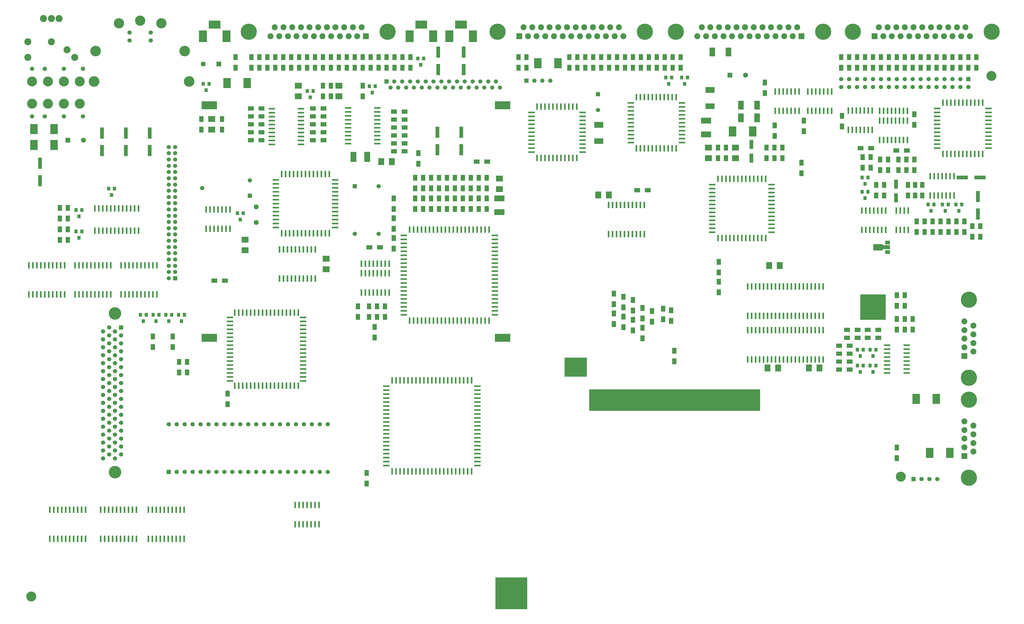
<source format=gts>
G04 #@! TF.GenerationSoftware,KiCad,Pcbnew,5.1.7-1.fc32*
G04 #@! TF.CreationDate,2020-10-19T10:18:13+01:00*
G04 #@! TF.ProjectId,Amiga600,416d6967-6136-4303-902e-6b696361645f,rev?*
G04 #@! TF.SameCoordinates,Original*
G04 #@! TF.FileFunction,Soldermask,Top*
G04 #@! TF.FilePolarity,Negative*
%FSLAX46Y46*%
G04 Gerber Fmt 4.6, Leading zero omitted, Abs format (unit mm)*
G04 Created by KiCad (PCBNEW 5.1.7-1.fc32) date 2020-10-19 10:18:13*
%MOMM*%
%LPD*%
G01*
G04 APERTURE LIST*
%ADD10C,0.100000*%
%ADD11C,1.370000*%
%ADD12R,1.370000X1.370000*%
%ADD13C,4.000000*%
%ADD14R,5.000000X2.500000*%
%ADD15O,4.750000X2.500000*%
%ADD16R,0.600000X2.000000*%
%ADD17C,2.250000*%
%ADD18C,1.900000*%
%ADD19C,5.200000*%
%ADD20C,4.200000*%
%ADD21R,1.900000X1.900000*%
%ADD22R,8.128000X8.128000*%
%ADD23C,4.500000*%
%ADD24R,2.000000X0.600000*%
%ADD25C,3.200000*%
%ADD26R,7.112000X6.096000*%
%ADD27R,0.762000X6.350000*%
%ADD28C,1.600000*%
%ADD29R,2.400000X3.200000*%
%ADD30R,3.200000X1.900000*%
%ADD31R,1.900000X3.200000*%
%ADD32R,1.300000X3.600000*%
%ADD33R,3.600000X1.300000*%
%ADD34R,1.300000X3.000000*%
%ADD35R,1.600000X1.600000*%
%ADD36R,1.000000X1.250000*%
%ADD37R,1.524000X1.270000*%
%ADD38R,1.370000X1.900000*%
%ADD39R,1.900000X1.370000*%
%ADD40R,1.900000X2.300000*%
%ADD41R,2.300000X1.900000*%
%ADD42C,3.300000*%
%ADD43C,3.400000*%
%ADD44R,10.160000X10.160000*%
%ADD45C,1.330000*%
%ADD46R,1.330000X1.330000*%
%ADD47R,3.750000X2.500000*%
%ADD48R,2.500000X3.750000*%
%ADD49O,2.000000X3.500000*%
%ADD50O,3.500000X2.300000*%
G04 APERTURE END LIST*
D10*
G36*
X237998000Y-129540000D02*
G01*
X183388000Y-129540000D01*
X183388000Y-122682000D01*
X237998000Y-122682000D01*
X237998000Y-129540000D01*
G37*
G36*
X187836000Y-42340000D02*
G01*
X187836000Y-44140000D01*
X185036000Y-44140000D01*
X185036000Y-42340000D01*
X187836000Y-42340000D01*
G37*
G36*
X187836000Y-37140000D02*
G01*
X187836000Y-38940000D01*
X185036000Y-38940000D01*
X185036000Y-37140000D01*
X187836000Y-37140000D01*
G37*
G36*
X236142000Y-30350000D02*
G01*
X237942000Y-30350000D01*
X237942000Y-33150000D01*
X236142000Y-33150000D01*
X236142000Y-30350000D01*
G37*
G36*
X230942000Y-30350000D02*
G01*
X232742000Y-30350000D01*
X232742000Y-33150000D01*
X230942000Y-33150000D01*
X230942000Y-30350000D01*
G37*
G36*
X226998000Y-13332000D02*
G01*
X228798000Y-13332000D01*
X228798000Y-16132000D01*
X226998000Y-16132000D01*
X226998000Y-13332000D01*
G37*
G36*
X221798000Y-13332000D02*
G01*
X223598000Y-13332000D01*
X223598000Y-16132000D01*
X221798000Y-16132000D01*
X221798000Y-13332000D01*
G37*
G36*
X223396000Y-31164000D02*
G01*
X223396000Y-32964000D01*
X220596000Y-32964000D01*
X220596000Y-31164000D01*
X223396000Y-31164000D01*
G37*
G36*
X223396000Y-25964000D02*
G01*
X223396000Y-27764000D01*
X220596000Y-27764000D01*
X220596000Y-25964000D01*
X223396000Y-25964000D01*
G37*
G36*
X232742000Y-37214000D02*
G01*
X230942000Y-37214000D01*
X230942000Y-34414000D01*
X232742000Y-34414000D01*
X232742000Y-37214000D01*
G37*
G36*
X237942000Y-37214000D02*
G01*
X236142000Y-37214000D01*
X236142000Y-34414000D01*
X237942000Y-34414000D01*
X237942000Y-37214000D01*
G37*
D11*
X28052000Y-144780000D03*
X29962000Y-143510000D03*
X28052000Y-142240000D03*
X29962000Y-140970000D03*
X28052000Y-139700000D03*
X29962000Y-138430000D03*
X28052000Y-137160000D03*
X29962000Y-135890000D03*
X28052000Y-134620000D03*
X29962000Y-133350000D03*
X28052000Y-132080000D03*
X29962000Y-130810000D03*
X28052000Y-129540000D03*
X29962000Y-128270000D03*
X28052000Y-127000000D03*
X29962000Y-125730000D03*
X28052000Y-124460000D03*
X29962000Y-123190000D03*
X28052000Y-121920000D03*
X29962000Y-120650000D03*
X28052000Y-119380000D03*
X29962000Y-118110000D03*
X28052000Y-116840000D03*
X29962000Y-115570000D03*
X28052000Y-114300000D03*
X29962000Y-113030000D03*
X28052000Y-111760000D03*
X29962000Y-110490000D03*
X28052000Y-109220000D03*
X29962000Y-107950000D03*
X28052000Y-106680000D03*
X29962000Y-105410000D03*
X28052000Y-104140000D03*
X29962000Y-102870000D03*
X31872000Y-144780000D03*
X33782000Y-143510000D03*
X31872000Y-142240000D03*
X33782000Y-140970000D03*
X31872000Y-139700000D03*
X33782000Y-138430000D03*
X31872000Y-137160000D03*
X33782000Y-135890000D03*
X31872000Y-134620000D03*
X33782000Y-133350000D03*
X31872000Y-132080000D03*
X33782000Y-130810000D03*
X31872000Y-129540000D03*
X33782000Y-128270000D03*
X31872000Y-127000000D03*
X33782000Y-125730000D03*
X31872000Y-124460000D03*
X33782000Y-123190000D03*
X31872000Y-121920000D03*
X33782000Y-120650000D03*
X31872000Y-119380000D03*
X33782000Y-118110000D03*
X31872000Y-116840000D03*
X33782000Y-115570000D03*
X31872000Y-114300000D03*
X33782000Y-113030000D03*
X31872000Y-111760000D03*
X33782000Y-110490000D03*
X31872000Y-109220000D03*
X33782000Y-107950000D03*
X31872000Y-106680000D03*
X33782000Y-105410000D03*
D12*
X33782000Y-102870000D03*
D13*
X31872000Y-98420000D03*
X31872000Y-149230000D03*
D11*
X31872000Y-104140000D03*
D14*
X61976000Y-106172000D03*
D15*
X61976000Y-106172000D03*
D14*
X155702000Y-106172000D03*
D15*
X155702000Y-106172000D03*
D14*
X155702000Y-31750000D03*
D15*
X155702000Y-31750000D03*
D14*
X61976000Y-31750000D03*
D15*
X61976000Y-31750000D03*
D16*
X276225000Y-33551000D03*
X283845000Y-33551000D03*
X277495000Y-33551000D03*
X280035000Y-33551000D03*
X285115000Y-33551000D03*
X278765000Y-33551000D03*
X281305000Y-33551000D03*
X282575000Y-33551000D03*
X276225000Y-36651000D03*
X277495000Y-36651000D03*
X278765000Y-36651000D03*
X280035000Y-36651000D03*
X281305000Y-36651000D03*
X282575000Y-36651000D03*
X283845000Y-36651000D03*
X285115000Y-36651000D03*
X285115000Y-42851000D03*
X283845000Y-42851000D03*
X282575000Y-42851000D03*
X281305000Y-42851000D03*
X280035000Y-42851000D03*
X278765000Y-42851000D03*
X277495000Y-42851000D03*
X276225000Y-42851000D03*
X110617000Y-82446000D03*
X118237000Y-82446000D03*
X111887000Y-82446000D03*
X114427000Y-82446000D03*
X119507000Y-82446000D03*
X113157000Y-82446000D03*
X115697000Y-82446000D03*
X116967000Y-82446000D03*
X110617000Y-85546000D03*
X111887000Y-85546000D03*
X113157000Y-85546000D03*
X114427000Y-85546000D03*
X115697000Y-85546000D03*
X116967000Y-85546000D03*
X118237000Y-85546000D03*
X119507000Y-85546000D03*
X119507000Y-91746000D03*
X118237000Y-91746000D03*
X116967000Y-91746000D03*
X115697000Y-91746000D03*
X114427000Y-91746000D03*
X113157000Y-91746000D03*
X111887000Y-91746000D03*
X110617000Y-91746000D03*
D11*
X263906000Y-25908000D03*
X263906000Y-23368000D03*
X266446000Y-25908000D03*
X266446000Y-23368000D03*
X268986000Y-25908000D03*
X268986000Y-23368000D03*
X271526000Y-25908000D03*
X271526000Y-23368000D03*
X274066000Y-25908000D03*
X274066000Y-23368000D03*
X276606000Y-25908000D03*
X276606000Y-23368000D03*
X279146000Y-25908000D03*
X279146000Y-23368000D03*
X281686000Y-25908000D03*
X281686000Y-23368000D03*
X284226000Y-25908000D03*
X284226000Y-23368000D03*
X286766000Y-25908000D03*
X286766000Y-23368000D03*
X289306000Y-25908000D03*
X289306000Y-23368000D03*
X291846000Y-25908000D03*
X291846000Y-23368000D03*
X294386000Y-25908000D03*
X294386000Y-23368000D03*
X296926000Y-25908000D03*
X296926000Y-23368000D03*
X299466000Y-25908000D03*
X299466000Y-23368000D03*
X302006000Y-25908000D03*
X302006000Y-23368000D03*
X304546000Y-25908000D03*
D12*
X304546000Y-23368000D03*
D17*
X11510000Y-11470000D03*
X19010000Y-16470000D03*
X16510000Y-13970000D03*
X4010000Y-11470000D03*
X4010000Y-16470000D03*
X14010000Y-3970000D03*
X9010000Y-3970000D03*
X11510000Y-3970000D03*
D18*
X303659000Y-6812000D03*
X300889000Y-6812000D03*
X298119000Y-6812000D03*
X295349000Y-6812000D03*
X292579000Y-6812000D03*
X289809000Y-6812000D03*
X287039000Y-6812000D03*
X284269000Y-6812000D03*
X281499000Y-6812000D03*
X278729000Y-6812000D03*
X275959000Y-6812000D03*
X305044000Y-9652000D03*
X302274000Y-9652000D03*
X299504000Y-9652000D03*
X296734000Y-9652000D03*
X293964000Y-9652000D03*
X291194000Y-9652000D03*
X288424000Y-9652000D03*
X285654000Y-9652000D03*
X282884000Y-9652000D03*
X280114000Y-9652000D03*
D19*
X267644000Y-8232000D03*
X311974000Y-8232000D03*
D20*
X267644000Y-8232000D03*
X311974000Y-8232000D03*
D18*
X277344000Y-9652000D03*
D21*
X274574000Y-9652000D03*
D18*
X219351000Y-6812000D03*
X222121000Y-6812000D03*
X224891000Y-6812000D03*
X227661000Y-6812000D03*
X230431000Y-6812000D03*
X233201000Y-6812000D03*
X235971000Y-6812000D03*
X238741000Y-6812000D03*
X241511000Y-6812000D03*
X244281000Y-6812000D03*
X247051000Y-6812000D03*
X249821000Y-6812000D03*
X217966000Y-9652000D03*
X220736000Y-9652000D03*
X223506000Y-9652000D03*
X226276000Y-9652000D03*
X229046000Y-9652000D03*
X231816000Y-9652000D03*
X234586000Y-9652000D03*
X237356000Y-9652000D03*
X240126000Y-9652000D03*
X242896000Y-9652000D03*
X245666000Y-9652000D03*
D19*
X211036000Y-8232000D03*
X258136000Y-8232000D03*
D20*
X211036000Y-8232000D03*
X258136000Y-8232000D03*
D18*
X248436000Y-9652000D03*
D21*
X251206000Y-9652000D03*
D18*
X192891000Y-6812000D03*
X190121000Y-6812000D03*
X187351000Y-6812000D03*
X184581000Y-6812000D03*
X181811000Y-6812000D03*
X179041000Y-6812000D03*
X176271000Y-6812000D03*
X173501000Y-6812000D03*
X170731000Y-6812000D03*
X167961000Y-6812000D03*
X165191000Y-6812000D03*
X162421000Y-6812000D03*
X194276000Y-9652000D03*
X191506000Y-9652000D03*
X188736000Y-9652000D03*
X185966000Y-9652000D03*
X183196000Y-9652000D03*
X180426000Y-9652000D03*
X177656000Y-9652000D03*
X174886000Y-9652000D03*
X172116000Y-9652000D03*
X169346000Y-9652000D03*
X166576000Y-9652000D03*
D19*
X154106000Y-8232000D03*
X201206000Y-8232000D03*
D20*
X154106000Y-8232000D03*
X201206000Y-8232000D03*
D18*
X163806000Y-9652000D03*
D21*
X161036000Y-9652000D03*
D22*
X274066000Y-96393000D03*
D23*
X274066000Y-96393000D03*
D24*
X213043500Y-30988000D03*
X213043500Y-32258000D03*
X213043500Y-33528000D03*
X213043500Y-34798000D03*
X213043500Y-36068000D03*
X213043500Y-37338000D03*
X213043500Y-38608000D03*
X213043500Y-39878000D03*
X213043500Y-41148000D03*
X213043500Y-42418000D03*
X213043500Y-43688000D03*
X196658500Y-43688000D03*
X196658500Y-42418000D03*
X196658500Y-41148000D03*
X196658500Y-39878000D03*
X196658500Y-38608000D03*
X196658500Y-37338000D03*
X196658500Y-36068000D03*
X196658500Y-34798000D03*
X196658500Y-33528000D03*
X196658500Y-32258000D03*
D16*
X211201000Y-45530500D03*
X209931000Y-45530500D03*
X208661000Y-45530500D03*
X207391000Y-45530500D03*
X206121000Y-45530500D03*
X204851000Y-45530500D03*
X203581000Y-45530500D03*
X202311000Y-45530500D03*
X201041000Y-45530500D03*
X199771000Y-45530500D03*
X198501000Y-45530500D03*
X198501000Y-29145500D03*
X199771000Y-29145500D03*
X201041000Y-29145500D03*
X202311000Y-29145500D03*
X203581000Y-29145500D03*
X204851000Y-29145500D03*
X206121000Y-29145500D03*
X207391000Y-29145500D03*
X208661000Y-29145500D03*
X209931000Y-29145500D03*
D24*
X196658500Y-30988000D03*
D16*
X211201000Y-29145500D03*
D24*
X310960500Y-32766000D03*
X310960500Y-34036000D03*
X310960500Y-35306000D03*
X310960500Y-36576000D03*
X310960500Y-37846000D03*
X310960500Y-39116000D03*
X310960500Y-40386000D03*
X310960500Y-41656000D03*
X310960500Y-42926000D03*
X310960500Y-44196000D03*
X310960500Y-45466000D03*
X294575500Y-45466000D03*
X294575500Y-44196000D03*
X294575500Y-42926000D03*
X294575500Y-41656000D03*
X294575500Y-40386000D03*
X294575500Y-39116000D03*
X294575500Y-37846000D03*
X294575500Y-36576000D03*
X294575500Y-35306000D03*
X294575500Y-34036000D03*
D16*
X309118000Y-47308500D03*
X307848000Y-47308500D03*
X306578000Y-47308500D03*
X305308000Y-47308500D03*
X304038000Y-47308500D03*
X302768000Y-47308500D03*
X301498000Y-47308500D03*
X300228000Y-47308500D03*
X298958000Y-47308500D03*
X297688000Y-47308500D03*
X296418000Y-47308500D03*
X296418000Y-30923500D03*
X297688000Y-30923500D03*
X298958000Y-30923500D03*
X300228000Y-30923500D03*
X301498000Y-30923500D03*
X302768000Y-30923500D03*
X304038000Y-30923500D03*
X305308000Y-30923500D03*
X306578000Y-30923500D03*
X307848000Y-30923500D03*
D24*
X294575500Y-32766000D03*
D16*
X309118000Y-30923500D03*
D24*
X181293500Y-34036000D03*
X181293500Y-35306000D03*
X181293500Y-36576000D03*
X181293500Y-37846000D03*
X181293500Y-39116000D03*
X181293500Y-40386000D03*
X181293500Y-41656000D03*
X181293500Y-42926000D03*
X181293500Y-44196000D03*
X181293500Y-45466000D03*
X181293500Y-46736000D03*
X164908500Y-46736000D03*
X164908500Y-45466000D03*
X164908500Y-44196000D03*
X164908500Y-42926000D03*
X164908500Y-41656000D03*
X164908500Y-40386000D03*
X164908500Y-39116000D03*
X164908500Y-37846000D03*
X164908500Y-36576000D03*
X164908500Y-35306000D03*
D16*
X179451000Y-48578500D03*
X178181000Y-48578500D03*
X176911000Y-48578500D03*
X175641000Y-48578500D03*
X174371000Y-48578500D03*
X173101000Y-48578500D03*
X171831000Y-48578500D03*
X170561000Y-48578500D03*
X169291000Y-48578500D03*
X168021000Y-48578500D03*
X166751000Y-48578500D03*
X166751000Y-32193500D03*
X168021000Y-32193500D03*
X169291000Y-32193500D03*
X170561000Y-32193500D03*
X171831000Y-32193500D03*
X173101000Y-32193500D03*
X174371000Y-32193500D03*
X175641000Y-32193500D03*
X176911000Y-32193500D03*
X178181000Y-32193500D03*
D24*
X164908500Y-34036000D03*
D16*
X179451000Y-32193500D03*
D12*
X108458000Y-57658000D03*
D11*
X116078000Y-57658000D03*
X116078000Y-72898000D03*
X108458000Y-72898000D03*
D25*
X311912000Y-22352000D03*
X5080000Y-188976000D03*
X282956000Y-150622000D03*
D26*
X179070000Y-115570000D03*
D27*
X235458000Y-125857000D03*
X234188000Y-125857000D03*
X232918000Y-125857000D03*
X231648000Y-125857000D03*
X230378000Y-125857000D03*
X229108000Y-125857000D03*
X227838000Y-125857000D03*
X226568000Y-125857000D03*
X225298000Y-125857000D03*
X224028000Y-125857000D03*
X222758000Y-125857000D03*
X221488000Y-125857000D03*
X220218000Y-125857000D03*
X218948000Y-125857000D03*
X217678000Y-125857000D03*
X216408000Y-125857000D03*
X215138000Y-125857000D03*
X213868000Y-125857000D03*
X212598000Y-125857000D03*
X211328000Y-125857000D03*
X210058000Y-125857000D03*
X208788000Y-125857000D03*
X207518000Y-125857000D03*
X206248000Y-125857000D03*
X204978000Y-125857000D03*
X203708000Y-125857000D03*
X202438000Y-125857000D03*
X201168000Y-125857000D03*
X199898000Y-125857000D03*
X198628000Y-125857000D03*
X197358000Y-125857000D03*
X196088000Y-125857000D03*
X194818000Y-125857000D03*
X193548000Y-125857000D03*
X192278000Y-125857000D03*
X191008000Y-125857000D03*
X189738000Y-125857000D03*
X188468000Y-125857000D03*
X187198000Y-125857000D03*
X185928000Y-125857000D03*
D11*
X170942000Y-23876000D03*
X168402000Y-23876000D03*
D12*
X163322000Y-23876000D03*
D11*
X165862000Y-23876000D03*
X294640000Y-151384000D03*
X292100000Y-151384000D03*
D12*
X287020000Y-151384000D03*
D11*
X289560000Y-151384000D03*
D28*
X76962000Y-64262000D03*
X76962000Y-69262000D03*
D29*
X298602000Y-143002000D03*
X292202000Y-143002000D03*
X294284000Y-125730000D03*
X287884000Y-125730000D03*
X5944000Y-44450000D03*
X12344000Y-44450000D03*
X5944000Y-39370000D03*
X12344000Y-39370000D03*
X229210000Y-40132000D03*
X235610000Y-40132000D03*
X166980000Y-18288000D03*
X173380000Y-18288000D03*
X67666000Y-24638000D03*
X74066000Y-24638000D03*
D24*
X222693500Y-57150000D03*
D16*
X239776000Y-55307500D03*
X238506000Y-55307500D03*
X237236000Y-55307500D03*
X235966000Y-55307500D03*
X234696000Y-55307500D03*
X233426000Y-55307500D03*
X232156000Y-55307500D03*
X230886000Y-55307500D03*
X229616000Y-55307500D03*
X228346000Y-55307500D03*
X227076000Y-55307500D03*
X225806000Y-55307500D03*
X224536000Y-55307500D03*
X224536000Y-74232500D03*
X225806000Y-74232500D03*
X227076000Y-74232500D03*
X228346000Y-74232500D03*
X229616000Y-74232500D03*
X230886000Y-74232500D03*
X232156000Y-74232500D03*
X233426000Y-74232500D03*
X234696000Y-74232500D03*
X235966000Y-74232500D03*
X237236000Y-74232500D03*
X238506000Y-74232500D03*
X239776000Y-74232500D03*
D24*
X222693500Y-58420000D03*
X222693500Y-59690000D03*
X222693500Y-60960000D03*
X222693500Y-62230000D03*
X222693500Y-63500000D03*
X222693500Y-64770000D03*
X222693500Y-66040000D03*
X222693500Y-67310000D03*
X222693500Y-68580000D03*
X222693500Y-69850000D03*
X222693500Y-71120000D03*
X222693500Y-72390000D03*
X241618500Y-72390000D03*
X241618500Y-71120000D03*
X241618500Y-69850000D03*
X241618500Y-68580000D03*
X241618500Y-67310000D03*
X241618500Y-66040000D03*
X241618500Y-64770000D03*
X241618500Y-63500000D03*
X241618500Y-62230000D03*
X241618500Y-60960000D03*
X241618500Y-59690000D03*
X241618500Y-58420000D03*
X241618500Y-57150000D03*
D16*
X100330000Y-53783500D03*
D24*
X102172500Y-70866000D03*
X102172500Y-69596000D03*
X102172500Y-68326000D03*
X102172500Y-67056000D03*
X102172500Y-65786000D03*
X102172500Y-64516000D03*
X102172500Y-63246000D03*
X102172500Y-61976000D03*
X102172500Y-60706000D03*
X102172500Y-59436000D03*
X102172500Y-58166000D03*
X102172500Y-56896000D03*
X102172500Y-55626000D03*
X83247500Y-55626000D03*
X83247500Y-56896000D03*
X83247500Y-58166000D03*
X83247500Y-59436000D03*
X83247500Y-60706000D03*
X83247500Y-61976000D03*
X83247500Y-63246000D03*
X83247500Y-64516000D03*
X83247500Y-65786000D03*
X83247500Y-67056000D03*
X83247500Y-68326000D03*
X83247500Y-69596000D03*
X83247500Y-70866000D03*
D16*
X99060000Y-53783500D03*
X97790000Y-53783500D03*
X96520000Y-53783500D03*
X95250000Y-53783500D03*
X93980000Y-53783500D03*
X92710000Y-53783500D03*
X91440000Y-53783500D03*
X90170000Y-53783500D03*
X88900000Y-53783500D03*
X87630000Y-53783500D03*
X86360000Y-53783500D03*
X85090000Y-53783500D03*
X85090000Y-72708500D03*
X86360000Y-72708500D03*
X87630000Y-72708500D03*
X88900000Y-72708500D03*
X90170000Y-72708500D03*
X91440000Y-72708500D03*
X92710000Y-72708500D03*
X93980000Y-72708500D03*
X95250000Y-72708500D03*
X96520000Y-72708500D03*
X97790000Y-72708500D03*
X99060000Y-72708500D03*
X100330000Y-72708500D03*
D30*
X154686000Y-65954000D03*
X154686000Y-61554000D03*
D31*
X112436000Y-48260000D03*
X108036000Y-48260000D03*
D30*
X220726000Y-36662000D03*
X220726000Y-41062000D03*
D11*
X186182000Y-33274000D03*
D12*
X186182000Y-28194000D03*
D18*
X82929000Y-6812000D03*
X85699000Y-6812000D03*
X88469000Y-6812000D03*
X91239000Y-6812000D03*
X94009000Y-6812000D03*
X96779000Y-6812000D03*
X99549000Y-6812000D03*
X102319000Y-6812000D03*
X105089000Y-6812000D03*
X107859000Y-6812000D03*
X110629000Y-6812000D03*
X81544000Y-9652000D03*
X84314000Y-9652000D03*
X87084000Y-9652000D03*
X89854000Y-9652000D03*
X92624000Y-9652000D03*
X95394000Y-9652000D03*
X98164000Y-9652000D03*
X100934000Y-9652000D03*
X103704000Y-9652000D03*
X106474000Y-9652000D03*
D19*
X74614000Y-8232000D03*
X118944000Y-8232000D03*
D20*
X74614000Y-8232000D03*
X118944000Y-8232000D03*
D18*
X109244000Y-9652000D03*
D21*
X112014000Y-9652000D03*
D11*
X59690000Y-58266000D03*
D12*
X74930000Y-60706000D03*
D11*
X74930000Y-55826000D03*
D16*
X25400000Y-64776000D03*
X26670000Y-64776000D03*
X27940000Y-64776000D03*
X29210000Y-64776000D03*
X30480000Y-64776000D03*
X31750000Y-64776000D03*
X33020000Y-64776000D03*
X34290000Y-64776000D03*
X35560000Y-64776000D03*
X36830000Y-64776000D03*
X38100000Y-64776000D03*
X39370000Y-64776000D03*
X39370000Y-71876000D03*
X38100000Y-71876000D03*
X36830000Y-71876000D03*
X35560000Y-71876000D03*
X34290000Y-71876000D03*
X33020000Y-71876000D03*
X31750000Y-71876000D03*
X30480000Y-71876000D03*
X27940000Y-71876000D03*
X29210000Y-71876000D03*
X26670000Y-71876000D03*
X25400000Y-71876000D03*
D24*
X153226500Y-73406000D03*
X153226500Y-74676000D03*
X153226500Y-75946000D03*
X153226500Y-77216000D03*
X153226500Y-78486000D03*
X153226500Y-79756000D03*
X153226500Y-81026000D03*
X153226500Y-82296000D03*
X153226500Y-83566000D03*
X153226500Y-84836000D03*
X153226500Y-86106000D03*
X153226500Y-87376000D03*
X153226500Y-88646000D03*
X153226500Y-89916000D03*
X153226500Y-91186000D03*
X153226500Y-92456000D03*
X153226500Y-93726000D03*
X153226500Y-94996000D03*
X153226500Y-96266000D03*
X153226500Y-97536000D03*
X153226500Y-98806000D03*
X124141500Y-98806000D03*
X124141500Y-97536000D03*
X124141500Y-96266000D03*
X124141500Y-94996000D03*
X124141500Y-93726000D03*
X124141500Y-92456000D03*
X124141500Y-91186000D03*
X124141500Y-89916000D03*
X124141500Y-88646000D03*
X124141500Y-87376000D03*
X124141500Y-86106000D03*
X124141500Y-84836000D03*
X124141500Y-83566000D03*
X124141500Y-82296000D03*
X124141500Y-81026000D03*
X124141500Y-79756000D03*
X124141500Y-78486000D03*
X124141500Y-77216000D03*
X124141500Y-75946000D03*
X124141500Y-74676000D03*
D16*
X151384000Y-100648500D03*
X150114000Y-100648500D03*
X148844000Y-100648500D03*
X147574000Y-100648500D03*
X146304000Y-100648500D03*
X145034000Y-100648500D03*
X143764000Y-100648500D03*
X142494000Y-100648500D03*
X141224000Y-100648500D03*
X139954000Y-100648500D03*
X138684000Y-100648500D03*
X137414000Y-100648500D03*
X136144000Y-100648500D03*
X134874000Y-100648500D03*
X133604000Y-100648500D03*
X132334000Y-100648500D03*
X131064000Y-100648500D03*
X129794000Y-100648500D03*
X128524000Y-100648500D03*
X127254000Y-100648500D03*
X125984000Y-100648500D03*
X125984000Y-71563500D03*
X127254000Y-71563500D03*
X128524000Y-71563500D03*
X129794000Y-71563500D03*
X131064000Y-71563500D03*
X132334000Y-71563500D03*
X133604000Y-71563500D03*
X134874000Y-71563500D03*
X136144000Y-71563500D03*
X137414000Y-71563500D03*
X138684000Y-71563500D03*
X139954000Y-71563500D03*
X141224000Y-71563500D03*
X142494000Y-71563500D03*
X143764000Y-71563500D03*
X145034000Y-71563500D03*
X146304000Y-71563500D03*
X147574000Y-71563500D03*
X148844000Y-71563500D03*
X150114000Y-71563500D03*
D24*
X124141500Y-73406000D03*
D16*
X151384000Y-71563500D03*
D24*
X118553500Y-147066000D03*
X118553500Y-145796000D03*
X118553500Y-144526000D03*
X118553500Y-143256000D03*
X118553500Y-141986000D03*
X118553500Y-140716000D03*
X118553500Y-139446000D03*
X118553500Y-138176000D03*
X118553500Y-136906000D03*
X118553500Y-135636000D03*
X118553500Y-134366000D03*
X118553500Y-133096000D03*
X118553500Y-131826000D03*
X118553500Y-130556000D03*
X118553500Y-129286000D03*
X118553500Y-128016000D03*
X118553500Y-126746000D03*
X118553500Y-125476000D03*
X118553500Y-124206000D03*
X118553500Y-122936000D03*
X118553500Y-121666000D03*
X147638500Y-121666000D03*
X147638500Y-122936000D03*
X147638500Y-124206000D03*
X147638500Y-125476000D03*
X147638500Y-126746000D03*
X147638500Y-128016000D03*
X147638500Y-129286000D03*
X147638500Y-130556000D03*
X147638500Y-131826000D03*
X147638500Y-133096000D03*
X147638500Y-134366000D03*
X147638500Y-135636000D03*
X147638500Y-136906000D03*
X147638500Y-138176000D03*
X147638500Y-139446000D03*
X147638500Y-140716000D03*
X147638500Y-141986000D03*
X147638500Y-143256000D03*
X147638500Y-144526000D03*
X147638500Y-145796000D03*
D16*
X120396000Y-119823500D03*
X121666000Y-119823500D03*
X122936000Y-119823500D03*
X124206000Y-119823500D03*
X125476000Y-119823500D03*
X126746000Y-119823500D03*
X128016000Y-119823500D03*
X129286000Y-119823500D03*
X130556000Y-119823500D03*
X131826000Y-119823500D03*
X133096000Y-119823500D03*
X134366000Y-119823500D03*
X135636000Y-119823500D03*
X136906000Y-119823500D03*
X138176000Y-119823500D03*
X139446000Y-119823500D03*
X140716000Y-119823500D03*
X141986000Y-119823500D03*
X143256000Y-119823500D03*
X144526000Y-119823500D03*
X145796000Y-119823500D03*
X145796000Y-148908500D03*
X144526000Y-148908500D03*
X143256000Y-148908500D03*
X141986000Y-148908500D03*
X140716000Y-148908500D03*
X139446000Y-148908500D03*
X138176000Y-148908500D03*
X136906000Y-148908500D03*
X135636000Y-148908500D03*
X134366000Y-148908500D03*
X133096000Y-148908500D03*
X131826000Y-148908500D03*
X130556000Y-148908500D03*
X129286000Y-148908500D03*
X128016000Y-148908500D03*
X126746000Y-148908500D03*
X125476000Y-148908500D03*
X124206000Y-148908500D03*
X122936000Y-148908500D03*
X121666000Y-148908500D03*
D24*
X147638500Y-147066000D03*
D16*
X120396000Y-148908500D03*
X95885000Y-87200000D03*
X94615000Y-87200000D03*
X93345000Y-87200000D03*
X92075000Y-87200000D03*
X90805000Y-87200000D03*
X89535000Y-87200000D03*
X88265000Y-87200000D03*
X86995000Y-87200000D03*
X85725000Y-87200000D03*
X84455000Y-87200000D03*
X84455000Y-77900000D03*
X85725000Y-77900000D03*
X86995000Y-77900000D03*
X88265000Y-77900000D03*
X89535000Y-77900000D03*
X90805000Y-77900000D03*
X92075000Y-77900000D03*
X93345000Y-77900000D03*
X94615000Y-77900000D03*
X95885000Y-77900000D03*
X201041000Y-72976000D03*
X199771000Y-72976000D03*
X198501000Y-72976000D03*
X197231000Y-72976000D03*
X195961000Y-72976000D03*
X194691000Y-72976000D03*
X193421000Y-72976000D03*
X192151000Y-72976000D03*
X190881000Y-72976000D03*
X189611000Y-72976000D03*
X189611000Y-63676000D03*
X190881000Y-63676000D03*
X192151000Y-63676000D03*
X193421000Y-63676000D03*
X194691000Y-63676000D03*
X195961000Y-63676000D03*
X197231000Y-63676000D03*
X198501000Y-63676000D03*
X199771000Y-63676000D03*
X201041000Y-63676000D03*
D24*
X91264000Y-32893000D03*
X91264000Y-34163000D03*
X91264000Y-35433000D03*
X91264000Y-36703000D03*
X91264000Y-37973000D03*
X91264000Y-39243000D03*
X91264000Y-40513000D03*
X91264000Y-41783000D03*
X91264000Y-43053000D03*
X91264000Y-44323000D03*
X81964000Y-44323000D03*
X81964000Y-43053000D03*
X81964000Y-41783000D03*
X81964000Y-40513000D03*
X81964000Y-39243000D03*
X81964000Y-37973000D03*
X81964000Y-36703000D03*
X81964000Y-35433000D03*
X81964000Y-34163000D03*
X81964000Y-32893000D03*
X115648000Y-32639000D03*
X115648000Y-33909000D03*
X115648000Y-35179000D03*
X115648000Y-36449000D03*
X115648000Y-37719000D03*
X115648000Y-38989000D03*
X115648000Y-40259000D03*
X115648000Y-41529000D03*
X115648000Y-42799000D03*
X115648000Y-44069000D03*
X106348000Y-44069000D03*
X106348000Y-42799000D03*
X106348000Y-41529000D03*
X106348000Y-40259000D03*
X106348000Y-38989000D03*
X106348000Y-37719000D03*
X106348000Y-36449000D03*
X106348000Y-35179000D03*
X106348000Y-33909000D03*
X106348000Y-32639000D03*
D16*
X19050000Y-82980000D03*
X20320000Y-82980000D03*
X21590000Y-82980000D03*
X22860000Y-82980000D03*
X24130000Y-82980000D03*
X25400000Y-82980000D03*
X26670000Y-82980000D03*
X27940000Y-82980000D03*
X29210000Y-82980000D03*
X30480000Y-82980000D03*
X30480000Y-92280000D03*
X29210000Y-92280000D03*
X27940000Y-92280000D03*
X26670000Y-92280000D03*
X25400000Y-92280000D03*
X24130000Y-92280000D03*
X22860000Y-92280000D03*
X21590000Y-92280000D03*
X20320000Y-92280000D03*
X19050000Y-92280000D03*
X33782000Y-82980000D03*
X35052000Y-82980000D03*
X36322000Y-82980000D03*
X37592000Y-82980000D03*
X38862000Y-82980000D03*
X40132000Y-82980000D03*
X41402000Y-82980000D03*
X42672000Y-82980000D03*
X43942000Y-82980000D03*
X45212000Y-82980000D03*
X45212000Y-92280000D03*
X43942000Y-92280000D03*
X42672000Y-92280000D03*
X41402000Y-92280000D03*
X40132000Y-92280000D03*
X38862000Y-92280000D03*
X37592000Y-92280000D03*
X36322000Y-92280000D03*
X35052000Y-92280000D03*
X33782000Y-92280000D03*
X4318000Y-82980000D03*
X5588000Y-82980000D03*
X6858000Y-82980000D03*
X8128000Y-82980000D03*
X9398000Y-82980000D03*
X10668000Y-82980000D03*
X11938000Y-82980000D03*
X13208000Y-82980000D03*
X14478000Y-82980000D03*
X15748000Y-82980000D03*
X15748000Y-92280000D03*
X14478000Y-92280000D03*
X13208000Y-92280000D03*
X11938000Y-92280000D03*
X10668000Y-92280000D03*
X9398000Y-92280000D03*
X8128000Y-92280000D03*
X6858000Y-92280000D03*
X5588000Y-92280000D03*
X4318000Y-92280000D03*
X22479000Y-170512000D03*
X21209000Y-170512000D03*
X19939000Y-170512000D03*
X18669000Y-170512000D03*
X17399000Y-170512000D03*
X16129000Y-170512000D03*
X14859000Y-170512000D03*
X13589000Y-170512000D03*
X12319000Y-170512000D03*
X11049000Y-170512000D03*
X11049000Y-161212000D03*
X12319000Y-161212000D03*
X13589000Y-161212000D03*
X14859000Y-161212000D03*
X16129000Y-161212000D03*
X17399000Y-161212000D03*
X18669000Y-161212000D03*
X19939000Y-161212000D03*
X21209000Y-161212000D03*
X22479000Y-161212000D03*
X38735000Y-170512000D03*
X37465000Y-170512000D03*
X36195000Y-170512000D03*
X34925000Y-170512000D03*
X33655000Y-170512000D03*
X32385000Y-170512000D03*
X31115000Y-170512000D03*
X29845000Y-170512000D03*
X28575000Y-170512000D03*
X27305000Y-170512000D03*
X27305000Y-161212000D03*
X28575000Y-161212000D03*
X29845000Y-161212000D03*
X31115000Y-161212000D03*
X32385000Y-161212000D03*
X33655000Y-161212000D03*
X34925000Y-161212000D03*
X36195000Y-161212000D03*
X37465000Y-161212000D03*
X38735000Y-161212000D03*
X53975000Y-170512000D03*
X52705000Y-170512000D03*
X51435000Y-170512000D03*
X50165000Y-170512000D03*
X48895000Y-170512000D03*
X47625000Y-170512000D03*
X46355000Y-170512000D03*
X45085000Y-170512000D03*
X43815000Y-170512000D03*
X42545000Y-170512000D03*
X42545000Y-161212000D03*
X43815000Y-161212000D03*
X45085000Y-161212000D03*
X46355000Y-161212000D03*
X47625000Y-161212000D03*
X48895000Y-161212000D03*
X50165000Y-161212000D03*
X51435000Y-161212000D03*
X52705000Y-161212000D03*
X53975000Y-161212000D03*
X234061000Y-103758000D03*
X235331000Y-103758000D03*
X236601000Y-103758000D03*
X237871000Y-103758000D03*
X239141000Y-103758000D03*
X240411000Y-103758000D03*
X241681000Y-103758000D03*
X242951000Y-103758000D03*
X244221000Y-103758000D03*
X245491000Y-103758000D03*
X246761000Y-103758000D03*
X248031000Y-103758000D03*
X249301000Y-103758000D03*
X250571000Y-103758000D03*
X251841000Y-103758000D03*
X253111000Y-103758000D03*
X254381000Y-103758000D03*
X255651000Y-103758000D03*
X256921000Y-103758000D03*
X258191000Y-103758000D03*
X258191000Y-113158000D03*
X256921000Y-113158000D03*
X255651000Y-113158000D03*
X254381000Y-113158000D03*
X253111000Y-113158000D03*
X251841000Y-113158000D03*
X250571000Y-113158000D03*
X249301000Y-113158000D03*
X248031000Y-113158000D03*
X246761000Y-113158000D03*
X245491000Y-113158000D03*
X244221000Y-113158000D03*
X242951000Y-113158000D03*
X241681000Y-113158000D03*
X240411000Y-113158000D03*
X239141000Y-113158000D03*
X237871000Y-113158000D03*
X236601000Y-113158000D03*
X235331000Y-113158000D03*
X234061000Y-113158000D03*
X234061000Y-89788000D03*
X235331000Y-89788000D03*
X236601000Y-89788000D03*
X237871000Y-89788000D03*
X239141000Y-89788000D03*
X240411000Y-89788000D03*
X241681000Y-89788000D03*
X242951000Y-89788000D03*
X244221000Y-89788000D03*
X245491000Y-89788000D03*
X246761000Y-89788000D03*
X248031000Y-89788000D03*
X249301000Y-89788000D03*
X250571000Y-89788000D03*
X251841000Y-89788000D03*
X253111000Y-89788000D03*
X254381000Y-89788000D03*
X255651000Y-89788000D03*
X256921000Y-89788000D03*
X258191000Y-89788000D03*
X258191000Y-99188000D03*
X256921000Y-99188000D03*
X255651000Y-99188000D03*
X254381000Y-99188000D03*
X253111000Y-99188000D03*
X251841000Y-99188000D03*
X250571000Y-99188000D03*
X249301000Y-99188000D03*
X248031000Y-99188000D03*
X246761000Y-99188000D03*
X245491000Y-99188000D03*
X244221000Y-99188000D03*
X242951000Y-99188000D03*
X241681000Y-99188000D03*
X240411000Y-99188000D03*
X239141000Y-99188000D03*
X237871000Y-99188000D03*
X236601000Y-99188000D03*
X235331000Y-99188000D03*
X234061000Y-99188000D03*
D32*
X27686000Y-40634000D03*
X27686000Y-46234000D03*
X42926000Y-40634000D03*
X42926000Y-46234000D03*
X35306000Y-40634000D03*
X35306000Y-46234000D03*
X135128000Y-14726000D03*
X135128000Y-20326000D03*
X307594000Y-60954000D03*
X307594000Y-66554000D03*
X143256000Y-14726000D03*
X143256000Y-20326000D03*
X142494000Y-40380000D03*
X142494000Y-45980000D03*
X134874000Y-40380000D03*
X134874000Y-45980000D03*
D33*
X302635000Y-54864000D03*
X308235000Y-54864000D03*
D32*
X7874000Y-55886000D03*
X7874000Y-50286000D03*
D34*
X281432000Y-56982000D03*
X281432000Y-61382000D03*
X235204000Y-44282000D03*
X235204000Y-48682000D03*
D28*
X233346000Y-22098000D03*
D35*
X228346000Y-22098000D03*
D28*
X21764000Y-42926000D03*
D35*
X16764000Y-42926000D03*
D28*
X60024000Y-18542000D03*
D35*
X65024000Y-18542000D03*
D36*
X214818000Y-22876000D03*
X212918000Y-22876000D03*
X213868000Y-24876000D03*
X114996000Y-25670000D03*
X113096000Y-25670000D03*
X114046000Y-27670000D03*
X302448000Y-63516000D03*
X300548000Y-63516000D03*
X301498000Y-65516000D03*
X272476000Y-54880000D03*
X270576000Y-54880000D03*
X271526000Y-56880000D03*
X21270000Y-65294000D03*
X19370000Y-65294000D03*
X20320000Y-67294000D03*
X298130000Y-63516000D03*
X296230000Y-63516000D03*
X297180000Y-65516000D03*
X293558000Y-63516000D03*
X291658000Y-63516000D03*
X292608000Y-65516000D03*
X270952000Y-109998000D03*
X269052000Y-109998000D03*
X270002000Y-111998000D03*
X41844000Y-98822000D03*
X39944000Y-98822000D03*
X40894000Y-100822000D03*
X21270000Y-72152000D03*
X19370000Y-72152000D03*
X20320000Y-74152000D03*
X275016000Y-109998000D03*
X273116000Y-109998000D03*
X274066000Y-111998000D03*
X275016000Y-115078000D03*
X273116000Y-115078000D03*
X274066000Y-117078000D03*
X272476000Y-59452000D03*
X270576000Y-59452000D03*
X271526000Y-61452000D03*
X72832000Y-66310000D03*
X70932000Y-66310000D03*
X71882000Y-68310000D03*
X54036000Y-98822000D03*
X52136000Y-98822000D03*
X53086000Y-100822000D03*
X49972000Y-98822000D03*
X48072000Y-98822000D03*
X49022000Y-100822000D03*
X95184000Y-27194000D03*
X93284000Y-27194000D03*
X94234000Y-29194000D03*
X270952000Y-115078000D03*
X269052000Y-115078000D03*
X270002000Y-117078000D03*
X45908000Y-98822000D03*
X44008000Y-98822000D03*
X44958000Y-100822000D03*
X31684000Y-58436000D03*
X29784000Y-58436000D03*
X30734000Y-60436000D03*
X130490000Y-16780000D03*
X128590000Y-16780000D03*
X129540000Y-18780000D03*
X61910000Y-24908000D03*
X60010000Y-24908000D03*
X60960000Y-26908000D03*
D37*
X278764000Y-78740000D03*
D10*
G36*
X274195000Y-76216000D02*
G01*
X277243000Y-76216000D01*
X277243000Y-76581000D01*
X279529000Y-76581000D01*
X279529000Y-77851000D01*
X277243000Y-77851000D01*
X277243000Y-78216000D01*
X274195000Y-78216000D01*
X274195000Y-76216000D01*
G37*
D37*
X278764000Y-75692000D03*
D38*
X293116000Y-68912000D03*
X293116000Y-72312000D03*
X308356000Y-73836000D03*
X308356000Y-70436000D03*
X300736000Y-68912000D03*
X300736000Y-72312000D03*
X281686000Y-92534000D03*
X281686000Y-95934000D03*
X302006000Y-16334000D03*
X302006000Y-19734000D03*
X284226000Y-100154000D03*
X284226000Y-103554000D03*
X284226000Y-92534000D03*
X284226000Y-95934000D03*
X263906000Y-16334000D03*
X263906000Y-19734000D03*
X268986000Y-16334000D03*
X268986000Y-19734000D03*
X286766000Y-16334000D03*
X286766000Y-19734000D03*
X291846000Y-16334000D03*
X291846000Y-19734000D03*
X296926000Y-16334000D03*
X296926000Y-19734000D03*
X266446000Y-16334000D03*
X266446000Y-19734000D03*
X271526000Y-16334000D03*
X271526000Y-19734000D03*
X274066000Y-16334000D03*
X274066000Y-19734000D03*
X276606000Y-16334000D03*
X276606000Y-19734000D03*
X279146000Y-16334000D03*
X279146000Y-19734000D03*
X281686000Y-16334000D03*
X281686000Y-19734000D03*
X284226000Y-16334000D03*
X284226000Y-19734000D03*
X289306000Y-16334000D03*
X289306000Y-19734000D03*
X294386000Y-16334000D03*
X294386000Y-19734000D03*
X299466000Y-16334000D03*
X299466000Y-19734000D03*
X307086000Y-16334000D03*
X307086000Y-19734000D03*
X304546000Y-16334000D03*
X304546000Y-19734000D03*
X210566000Y-110314000D03*
X210566000Y-113714000D03*
D39*
X265762000Y-103632000D03*
X269162000Y-103632000D03*
D38*
X295656000Y-68912000D03*
X295656000Y-72312000D03*
X288036000Y-72312000D03*
X288036000Y-68912000D03*
X298196000Y-68912000D03*
X298196000Y-72312000D03*
X290576000Y-68912000D03*
X290576000Y-72312000D03*
X303276000Y-68912000D03*
X303276000Y-72312000D03*
X305816000Y-73836000D03*
X305816000Y-70436000D03*
X281686000Y-103554000D03*
X281686000Y-100154000D03*
D39*
X265762000Y-106172000D03*
X269162000Y-106172000D03*
X266622000Y-108712000D03*
X263222000Y-108712000D03*
X266622000Y-111252000D03*
X263222000Y-111252000D03*
X266622000Y-113792000D03*
X263222000Y-113792000D03*
X272366000Y-106172000D03*
X275766000Y-106172000D03*
X275766000Y-103632000D03*
X272366000Y-103632000D03*
X263222000Y-116332000D03*
X266622000Y-116332000D03*
D38*
X191262000Y-101776000D03*
X191262000Y-98376000D03*
X203454000Y-101014000D03*
X203454000Y-97614000D03*
X286766000Y-100154000D03*
X286766000Y-103554000D03*
X191262000Y-95426000D03*
X191262000Y-92026000D03*
X224790000Y-91616000D03*
X224790000Y-88216000D03*
X194310000Y-102792000D03*
X194310000Y-99392000D03*
X209550000Y-97360000D03*
X209550000Y-100760000D03*
X224790000Y-81866000D03*
X224790000Y-85266000D03*
X194310000Y-96442000D03*
X194310000Y-93042000D03*
X207010000Y-100252000D03*
X207010000Y-96852000D03*
X197358000Y-103808000D03*
X197358000Y-100408000D03*
X197358000Y-97458000D03*
X197358000Y-94058000D03*
X281686000Y-141302000D03*
X281686000Y-144702000D03*
X200406000Y-106348000D03*
X200406000Y-102948000D03*
X200406000Y-99998000D03*
X200406000Y-96598000D03*
X285242000Y-57228000D03*
X285242000Y-60628000D03*
D39*
X150798000Y-49784000D03*
X147398000Y-49784000D03*
D38*
X148082000Y-61546000D03*
X148082000Y-64946000D03*
X120904000Y-61546000D03*
X120904000Y-64946000D03*
X278892000Y-52500000D03*
X278892000Y-49100000D03*
D39*
X98474000Y-37846000D03*
X95074000Y-37846000D03*
X98474000Y-40386000D03*
X95074000Y-40386000D03*
X98474000Y-42926000D03*
X95074000Y-42926000D03*
D38*
X192278000Y-16334000D03*
X192278000Y-19734000D03*
X128778000Y-50468000D03*
X128778000Y-47068000D03*
X135382000Y-61546000D03*
X135382000Y-64946000D03*
X85598000Y-16334000D03*
X85598000Y-19734000D03*
X184658000Y-16334000D03*
X184658000Y-19734000D03*
X77978000Y-16334000D03*
X77978000Y-19734000D03*
X224536000Y-48690000D03*
X224536000Y-45290000D03*
X80518000Y-16334000D03*
X80518000Y-19734000D03*
D39*
X75262000Y-32766000D03*
X78662000Y-32766000D03*
D38*
X277622000Y-57228000D03*
X277622000Y-60628000D03*
X109474000Y-99490000D03*
X109474000Y-96090000D03*
X98298000Y-16334000D03*
X98298000Y-19734000D03*
X140462000Y-61546000D03*
X140462000Y-64946000D03*
X145542000Y-61546000D03*
X145542000Y-64946000D03*
X130302000Y-61546000D03*
X130302000Y-64946000D03*
X137922000Y-61546000D03*
X137922000Y-64946000D03*
X118110000Y-99490000D03*
X118110000Y-96090000D03*
D39*
X198706000Y-58928000D03*
X202106000Y-58928000D03*
D38*
X189738000Y-16334000D03*
X189738000Y-19734000D03*
X287274000Y-49100000D03*
X287274000Y-52500000D03*
D39*
X284910000Y-46228000D03*
X281510000Y-46228000D03*
D38*
X93218000Y-16334000D03*
X93218000Y-19734000D03*
D39*
X270080000Y-45466000D03*
X273480000Y-45466000D03*
D38*
X204978000Y-16334000D03*
X204978000Y-19734000D03*
X14224000Y-67994000D03*
X14224000Y-64594000D03*
X242697000Y-41578000D03*
X242697000Y-38178000D03*
X140462000Y-58342000D03*
X140462000Y-54942000D03*
X137922000Y-58342000D03*
X137922000Y-54942000D03*
X100838000Y-28878000D03*
X100838000Y-25478000D03*
D39*
X95074000Y-32766000D03*
X98474000Y-32766000D03*
X116508000Y-77216000D03*
X113108000Y-77216000D03*
X75262000Y-42926000D03*
X78662000Y-42926000D03*
D38*
X245110000Y-45290000D03*
X245110000Y-48690000D03*
X132842000Y-58342000D03*
X132842000Y-54942000D03*
D39*
X124382000Y-46482000D03*
X120982000Y-46482000D03*
X124382000Y-41402000D03*
X120982000Y-41402000D03*
X75262000Y-40386000D03*
X78662000Y-40386000D03*
D38*
X240030000Y-45290000D03*
X240030000Y-48690000D03*
X16764000Y-71452000D03*
X16764000Y-74852000D03*
X135382000Y-58342000D03*
X135382000Y-54942000D03*
X110998000Y-19734000D03*
X110998000Y-16334000D03*
X14224000Y-71452000D03*
X14224000Y-74852000D03*
X126238000Y-16334000D03*
X126238000Y-19734000D03*
X194818000Y-16334000D03*
X194818000Y-19734000D03*
X239522000Y-24462000D03*
X239522000Y-27862000D03*
X127762000Y-58342000D03*
X127762000Y-54942000D03*
X95758000Y-16334000D03*
X95758000Y-19734000D03*
X150622000Y-61546000D03*
X150622000Y-64946000D03*
D39*
X75262000Y-37846000D03*
X78662000Y-37846000D03*
X75262000Y-35306000D03*
X78662000Y-35306000D03*
D38*
X207518000Y-19734000D03*
X207518000Y-16334000D03*
X100838000Y-16334000D03*
X100838000Y-19734000D03*
X202438000Y-19734000D03*
X202438000Y-16334000D03*
X177038000Y-16334000D03*
X177038000Y-19734000D03*
X227076000Y-45290000D03*
X227076000Y-48690000D03*
X118618000Y-16334000D03*
X118618000Y-19734000D03*
X110998000Y-25478000D03*
X110998000Y-28878000D03*
X284734000Y-52500000D03*
X284734000Y-49100000D03*
X287528000Y-60628000D03*
X287528000Y-57228000D03*
X123698000Y-16334000D03*
X123698000Y-19734000D03*
X120904000Y-67896000D03*
X120904000Y-71296000D03*
X90678000Y-16334000D03*
X90678000Y-19734000D03*
X54864000Y-113870000D03*
X54864000Y-117270000D03*
X182118000Y-19734000D03*
X182118000Y-16334000D03*
X289814000Y-60628000D03*
X289814000Y-57228000D03*
X242570000Y-45290000D03*
X242570000Y-48690000D03*
X127762000Y-61546000D03*
X127762000Y-64946000D03*
X88138000Y-19734000D03*
X88138000Y-16334000D03*
X143002000Y-58342000D03*
X143002000Y-54942000D03*
X98298000Y-25478000D03*
X98298000Y-28878000D03*
X275082000Y-60628000D03*
X275082000Y-57228000D03*
X113538000Y-16334000D03*
X113538000Y-19734000D03*
X143002000Y-61546000D03*
X143002000Y-64946000D03*
X276352000Y-52500000D03*
X276352000Y-49100000D03*
X103378000Y-16334000D03*
X103378000Y-19734000D03*
X270764000Y-51738000D03*
X270764000Y-48338000D03*
X70358000Y-16334000D03*
X70358000Y-19734000D03*
X83058000Y-19734000D03*
X83058000Y-16334000D03*
X59436000Y-39546000D03*
X59436000Y-36146000D03*
X145542000Y-58342000D03*
X145542000Y-54942000D03*
X121158000Y-19734000D03*
X121158000Y-16334000D03*
X199898000Y-16334000D03*
X199898000Y-19734000D03*
X112268000Y-152830000D03*
X112268000Y-149430000D03*
X114808000Y-102694000D03*
X114808000Y-106094000D03*
X273304000Y-51738000D03*
X273304000Y-48338000D03*
X179578000Y-16334000D03*
X179578000Y-19734000D03*
X108458000Y-16334000D03*
X108458000Y-19734000D03*
X75438000Y-19734000D03*
X75438000Y-16334000D03*
X120904000Y-74246000D03*
X120904000Y-77646000D03*
X282194000Y-52500000D03*
X282194000Y-49100000D03*
X132842000Y-61546000D03*
X132842000Y-64946000D03*
X287274000Y-38022000D03*
X287274000Y-34622000D03*
D39*
X124382000Y-33782000D03*
X120982000Y-33782000D03*
D38*
X187198000Y-16334000D03*
X187198000Y-19734000D03*
X197358000Y-16334000D03*
X197358000Y-19734000D03*
X130302000Y-58342000D03*
X130302000Y-54942000D03*
X105918000Y-19734000D03*
X105918000Y-16334000D03*
X210058000Y-19734000D03*
X210058000Y-16334000D03*
D39*
X124382000Y-43942000D03*
X120982000Y-43942000D03*
X124382000Y-38862000D03*
X120982000Y-38862000D03*
X66978000Y-87884000D03*
X63578000Y-87884000D03*
D38*
X66040000Y-36146000D03*
X66040000Y-39546000D03*
X115570000Y-99490000D03*
X115570000Y-96090000D03*
X212598000Y-19734000D03*
X212598000Y-16334000D03*
X148082000Y-58342000D03*
X148082000Y-54942000D03*
X251206000Y-53516000D03*
X251206000Y-50116000D03*
X163322000Y-16334000D03*
X163322000Y-19734000D03*
X52324000Y-113870000D03*
X52324000Y-117270000D03*
X251968000Y-40054000D03*
X251968000Y-36654000D03*
X50292000Y-109142000D03*
X50292000Y-105742000D03*
D39*
X98474000Y-35306000D03*
X95074000Y-35306000D03*
D38*
X264160000Y-38530000D03*
X264160000Y-35130000D03*
X113030000Y-99490000D03*
X113030000Y-96090000D03*
X43942000Y-105742000D03*
X43942000Y-109142000D03*
D39*
X124382000Y-36322000D03*
X120982000Y-36322000D03*
D38*
X116078000Y-19734000D03*
X116078000Y-16334000D03*
X16764000Y-67994000D03*
X16764000Y-64594000D03*
D40*
X240362000Y-115824000D03*
X243762000Y-115824000D03*
X244270000Y-83058000D03*
X240870000Y-83058000D03*
X256970000Y-115824000D03*
X253570000Y-115824000D03*
X186260000Y-60452000D03*
X189660000Y-60452000D03*
D41*
X230124000Y-48690000D03*
X230124000Y-45290000D03*
X221488000Y-48690000D03*
X221488000Y-45290000D03*
X73406000Y-74754000D03*
X73406000Y-78154000D03*
X99314000Y-80850000D03*
X99314000Y-84250000D03*
X103378000Y-28878000D03*
X103378000Y-25478000D03*
X154686000Y-58596000D03*
X154686000Y-55196000D03*
D40*
X116918000Y-49784000D03*
X120318000Y-49784000D03*
D41*
X62738000Y-36146000D03*
X62738000Y-39546000D03*
X90424000Y-28878000D03*
X90424000Y-25478000D03*
D38*
X67818000Y-127430000D03*
X67818000Y-124030000D03*
D42*
X39878000Y-4699000D03*
X33118000Y-5509000D03*
X46638000Y-5509000D03*
D11*
X36528000Y-8499000D03*
X43228000Y-8499000D03*
X36528000Y-10999000D03*
X43228000Y-10999000D03*
D43*
X55586000Y-24108000D03*
X54078000Y-14408000D03*
X25678000Y-14408000D03*
X25186000Y-24108000D03*
D25*
X5334000Y-24130000D03*
X5334000Y-31242000D03*
X10414000Y-31242000D03*
X10414000Y-24130000D03*
X15494000Y-31242000D03*
X15494000Y-24130000D03*
X20574000Y-31242000D03*
X20574000Y-24130000D03*
D11*
X5334000Y-35306000D03*
X5334000Y-20066000D03*
X9398000Y-35306000D03*
X9398000Y-20066000D03*
X15494000Y-35306000D03*
X15494000Y-20066000D03*
D18*
X5334000Y-31242000D03*
X5334000Y-24130000D03*
X10414000Y-31242000D03*
X10414000Y-24130000D03*
X15494000Y-31242000D03*
X15494000Y-24130000D03*
D11*
X21590000Y-35306000D03*
X21590000Y-20066000D03*
D18*
X20574000Y-24130000D03*
X20574000Y-31242000D03*
D38*
X160782000Y-16334000D03*
X160782000Y-19734000D03*
X150622000Y-58342000D03*
X150622000Y-54942000D03*
D44*
X158496000Y-187960000D03*
D23*
X158496000Y-187960000D03*
D45*
X49054000Y-45122000D03*
X51054000Y-45122000D03*
X49054000Y-47122000D03*
X51054000Y-47122000D03*
X49054000Y-49122000D03*
X51054000Y-49122000D03*
X49054000Y-51122000D03*
X51054000Y-51122000D03*
X49054000Y-53122000D03*
X51054000Y-53122000D03*
X49054000Y-55122000D03*
X51054000Y-55122000D03*
X49054000Y-57122000D03*
X51054000Y-57122000D03*
X49054000Y-59122000D03*
X51054000Y-59122000D03*
X49054000Y-61122000D03*
X51054000Y-61122000D03*
X49054000Y-63122000D03*
X51054000Y-63122000D03*
X49054000Y-65122000D03*
X51054000Y-65122000D03*
X49054000Y-67122000D03*
X51054000Y-67122000D03*
X49054000Y-69122000D03*
X51054000Y-69122000D03*
X49054000Y-71122000D03*
X51054000Y-71122000D03*
X49054000Y-73122000D03*
X51054000Y-73122000D03*
X49054000Y-75122000D03*
X51054000Y-75122000D03*
X49054000Y-77122000D03*
X51054000Y-77122000D03*
X49054000Y-79122000D03*
X51054000Y-79122000D03*
X49054000Y-81122000D03*
X51054000Y-81122000D03*
X49054000Y-83122000D03*
X51054000Y-83122000D03*
X49054000Y-85122000D03*
X51054000Y-85122000D03*
X49054000Y-87122000D03*
D46*
X51054000Y-87122000D03*
D11*
X49022000Y-133858000D03*
X51562000Y-133858000D03*
X54102000Y-133858000D03*
X56642000Y-133858000D03*
X59182000Y-133858000D03*
X61722000Y-133858000D03*
X64262000Y-133858000D03*
X66802000Y-133858000D03*
X69342000Y-133858000D03*
X71882000Y-133858000D03*
X74422000Y-133858000D03*
X76962000Y-133858000D03*
X79502000Y-133858000D03*
X82042000Y-133858000D03*
X84582000Y-133858000D03*
X87122000Y-133858000D03*
X89662000Y-133858000D03*
X92202000Y-133858000D03*
X94742000Y-133858000D03*
X97282000Y-133858000D03*
X99822000Y-133858000D03*
X99822000Y-149098000D03*
X97282000Y-149098000D03*
X94742000Y-149098000D03*
X92202000Y-149098000D03*
X89662000Y-149098000D03*
X87122000Y-149098000D03*
X84582000Y-149098000D03*
X82042000Y-149098000D03*
X79502000Y-149098000D03*
X76962000Y-149098000D03*
X74422000Y-149098000D03*
X71882000Y-149098000D03*
X69342000Y-149098000D03*
X66802000Y-149098000D03*
X64262000Y-149098000D03*
X61722000Y-149098000D03*
X59182000Y-149098000D03*
X56642000Y-149098000D03*
X54102000Y-149098000D03*
X51562000Y-149098000D03*
D12*
X49022000Y-149098000D03*
D45*
X154868000Y-26130000D03*
X153618000Y-24130000D03*
X152368000Y-26130000D03*
X151118000Y-24130000D03*
X149868000Y-26130000D03*
X147368000Y-26130000D03*
X148618000Y-24130000D03*
X146118000Y-24130000D03*
X144868000Y-26130000D03*
X143618000Y-24130000D03*
X142368000Y-26130000D03*
X141118000Y-24130000D03*
X139868000Y-26130000D03*
X138618000Y-24130000D03*
X137368000Y-26130000D03*
X136118000Y-24130000D03*
X134868000Y-26130000D03*
X133618000Y-24130000D03*
X132368000Y-26130000D03*
X131118000Y-24130000D03*
X129868000Y-26130000D03*
X128618000Y-24130000D03*
X127368000Y-26130000D03*
X126118000Y-24130000D03*
X124868000Y-26130000D03*
X123618000Y-24130000D03*
X122368000Y-26130000D03*
X121118000Y-24130000D03*
X119868000Y-26130000D03*
D46*
X118618000Y-24130000D03*
D16*
X292354000Y-60631000D03*
X293624000Y-60631000D03*
X294894000Y-60631000D03*
X296164000Y-60631000D03*
X297434000Y-60631000D03*
X298704000Y-60631000D03*
X299974000Y-60631000D03*
X299974000Y-54431000D03*
X298704000Y-54431000D03*
X297434000Y-54431000D03*
X296164000Y-54431000D03*
X294894000Y-54431000D03*
X293624000Y-54431000D03*
X292354000Y-54431000D03*
X266192000Y-39676000D03*
X267462000Y-39676000D03*
X268732000Y-39676000D03*
X270002000Y-39676000D03*
X271272000Y-39676000D03*
X272542000Y-39676000D03*
X273812000Y-39676000D03*
X273812000Y-33476000D03*
X272542000Y-33476000D03*
X271272000Y-33476000D03*
X270002000Y-33476000D03*
X268732000Y-33476000D03*
X267462000Y-33476000D03*
X266192000Y-33476000D03*
X242824000Y-33580000D03*
X244094000Y-33580000D03*
X245364000Y-33580000D03*
X246634000Y-33580000D03*
X247904000Y-33580000D03*
X249174000Y-33580000D03*
X250444000Y-33580000D03*
X250444000Y-27380000D03*
X249174000Y-27380000D03*
X247904000Y-27380000D03*
X246634000Y-27380000D03*
X245364000Y-27380000D03*
X244094000Y-27380000D03*
X242824000Y-27380000D03*
X253238000Y-33580000D03*
X254508000Y-33580000D03*
X255778000Y-33580000D03*
X257048000Y-33580000D03*
X258318000Y-33580000D03*
X259588000Y-33580000D03*
X260858000Y-33580000D03*
X260858000Y-27380000D03*
X259588000Y-27380000D03*
X258318000Y-27380000D03*
X257048000Y-27380000D03*
X255778000Y-27380000D03*
X254508000Y-27380000D03*
X253238000Y-27380000D03*
X60960000Y-71299000D03*
X62230000Y-71299000D03*
X63500000Y-71299000D03*
X64770000Y-71299000D03*
X66040000Y-71299000D03*
X67310000Y-71299000D03*
X68580000Y-71299000D03*
X68580000Y-65099000D03*
X67310000Y-65099000D03*
X66040000Y-65099000D03*
X64770000Y-65099000D03*
X63500000Y-65099000D03*
X62230000Y-65099000D03*
X60960000Y-65099000D03*
X270510000Y-71680000D03*
X271780000Y-71680000D03*
X273050000Y-71680000D03*
X274320000Y-71680000D03*
X275590000Y-71680000D03*
X276860000Y-71680000D03*
X278130000Y-71680000D03*
X278130000Y-65480000D03*
X276860000Y-65480000D03*
X275590000Y-65480000D03*
X274320000Y-65480000D03*
X273050000Y-65480000D03*
X271780000Y-65480000D03*
X270510000Y-65480000D03*
X89408000Y-165914000D03*
X90678000Y-165914000D03*
X91948000Y-165914000D03*
X93218000Y-165914000D03*
X94488000Y-165914000D03*
X95758000Y-165914000D03*
X97028000Y-165914000D03*
X97028000Y-159714000D03*
X95758000Y-159714000D03*
X94488000Y-159714000D03*
X93218000Y-159714000D03*
X91948000Y-159714000D03*
X90678000Y-159714000D03*
X89408000Y-159714000D03*
D24*
X284786000Y-108585000D03*
X284786000Y-109855000D03*
X284786000Y-111125000D03*
X284786000Y-112395000D03*
X284786000Y-113665000D03*
X284786000Y-114935000D03*
X284786000Y-116205000D03*
X284786000Y-117475000D03*
X278586000Y-117475000D03*
X278586000Y-116205000D03*
X278586000Y-114935000D03*
X278586000Y-113665000D03*
X278586000Y-112395000D03*
X278586000Y-111125000D03*
X278586000Y-109855000D03*
X278586000Y-108585000D03*
D16*
X281559000Y-65480000D03*
X282829000Y-65480000D03*
X284099000Y-65480000D03*
X285369000Y-65480000D03*
X285369000Y-71680000D03*
X284099000Y-71680000D03*
X282829000Y-71680000D03*
X281559000Y-71680000D03*
X70104000Y-98182500D03*
X71374000Y-98182500D03*
X72644000Y-98182500D03*
X73914000Y-98182500D03*
X75184000Y-98182500D03*
X76454000Y-98182500D03*
X77724000Y-98182500D03*
X78994000Y-98182500D03*
X80264000Y-98182500D03*
X81534000Y-98182500D03*
X82804000Y-98182500D03*
X84074000Y-98182500D03*
X85344000Y-98182500D03*
X86614000Y-98182500D03*
X87884000Y-98182500D03*
X89154000Y-98182500D03*
X90424000Y-121527500D03*
X89154000Y-121527500D03*
X87884000Y-121527500D03*
X86614000Y-121527500D03*
X85344000Y-121527500D03*
X84074000Y-121527500D03*
X82804000Y-121527500D03*
X81534000Y-121527500D03*
X80264000Y-121527500D03*
X78994000Y-121527500D03*
X77724000Y-121527500D03*
X76454000Y-121527500D03*
X75184000Y-121527500D03*
X73914000Y-121527500D03*
X72644000Y-121527500D03*
X71374000Y-121527500D03*
X70104000Y-121527500D03*
D24*
X91936500Y-99695000D03*
X91936500Y-100965000D03*
X91936500Y-102235000D03*
X91936500Y-103505000D03*
X91936500Y-104775000D03*
X91936500Y-106045000D03*
X91936500Y-107315000D03*
X91936500Y-108585000D03*
X91936500Y-109855000D03*
X91936500Y-111125000D03*
X91936500Y-112395000D03*
X91936500Y-113665000D03*
X91936500Y-114935000D03*
X91936500Y-116205000D03*
X91936500Y-117475000D03*
X91936500Y-118745000D03*
X91936500Y-120015000D03*
X68591500Y-120015000D03*
X68591500Y-118745000D03*
X68591500Y-117475000D03*
X68591500Y-116205000D03*
X68591500Y-114935000D03*
X68591500Y-113665000D03*
X68591500Y-112395000D03*
X68591500Y-111125000D03*
X68591500Y-109855000D03*
X68591500Y-108585000D03*
X68591500Y-107315000D03*
X68591500Y-106045000D03*
X68591500Y-104775000D03*
X68591500Y-103505000D03*
X68591500Y-102235000D03*
X68591500Y-100965000D03*
D16*
X90424000Y-98182500D03*
D24*
X68591500Y-99695000D03*
D36*
X208788000Y-24876000D03*
X207838000Y-22876000D03*
X209738000Y-22876000D03*
D47*
X142434000Y-5952000D03*
D48*
X146184000Y-9652000D03*
X138684000Y-9652000D03*
D49*
X138684000Y-9652000D03*
X146184000Y-9652000D03*
D50*
X142434000Y-5952000D03*
D47*
X129734000Y-5952000D03*
D48*
X133484000Y-9652000D03*
X125984000Y-9652000D03*
D49*
X125984000Y-9652000D03*
X133484000Y-9652000D03*
D50*
X129734000Y-5952000D03*
D47*
X63694000Y-5952000D03*
D48*
X67444000Y-9652000D03*
X59944000Y-9652000D03*
D49*
X59944000Y-9652000D03*
X67444000Y-9652000D03*
D50*
X63694000Y-5952000D03*
D18*
X306116000Y-134323000D03*
X306116000Y-137093000D03*
X306116000Y-139863000D03*
X306116000Y-142633000D03*
X303276000Y-132938000D03*
X303276000Y-135708000D03*
X303276000Y-138478000D03*
X303276000Y-141248000D03*
D19*
X304696000Y-125978000D03*
X304696000Y-150978000D03*
D21*
X303276000Y-144018000D03*
D20*
X304696000Y-150978000D03*
X304696000Y-125978000D03*
D18*
X306116000Y-102319000D03*
X306116000Y-105089000D03*
X306116000Y-107859000D03*
X306116000Y-110629000D03*
X303276000Y-100934000D03*
X303276000Y-103704000D03*
X303276000Y-106474000D03*
X303276000Y-109244000D03*
D19*
X304696000Y-93974000D03*
X304696000Y-118974000D03*
D21*
X303276000Y-112014000D03*
D20*
X304696000Y-118974000D03*
X304696000Y-93974000D03*
M02*

</source>
